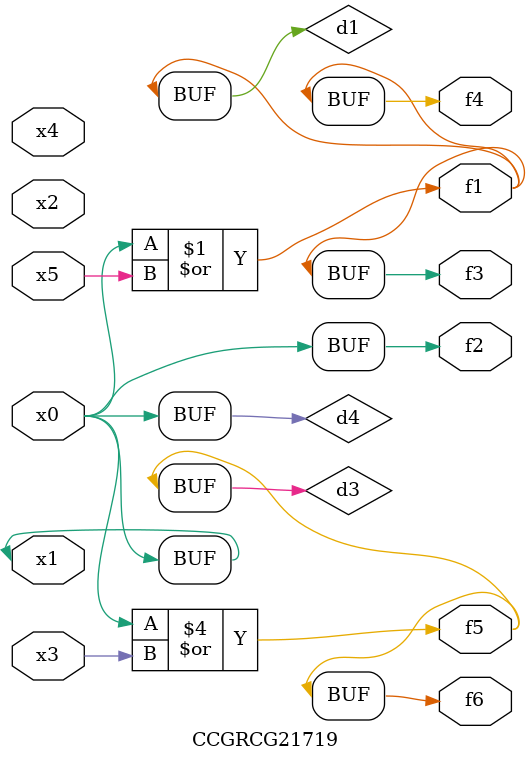
<source format=v>
module CCGRCG21719(
	input x0, x1, x2, x3, x4, x5,
	output f1, f2, f3, f4, f5, f6
);

	wire d1, d2, d3, d4;

	or (d1, x0, x5);
	xnor (d2, x1, x4);
	or (d3, x0, x3);
	buf (d4, x0, x1);
	assign f1 = d1;
	assign f2 = d4;
	assign f3 = d1;
	assign f4 = d1;
	assign f5 = d3;
	assign f6 = d3;
endmodule

</source>
